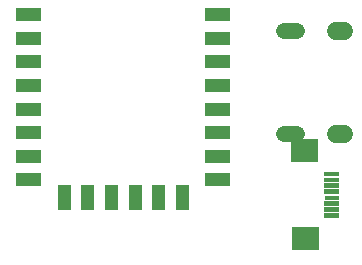
<source format=gbs>
G04 Layer: BottomSolderMaskLayer*
G04 EasyEDA v6.4.25, 2021-11-23T22:34:31+08:00*
G04 edc2d8422afb4d2cae5fb123c77887e6,45ba98ba689c459a8d72e4540021d05b,10*
G04 Gerber Generator version 0.2*
G04 Scale: 100 percent, Rotated: No, Reflected: No *
G04 Dimensions in millimeters *
G04 leading zeros omitted , absolute positions ,4 integer and 5 decimal *
%FSLAX45Y45*%
%MOMM*%

%ADD33C,1.3500*%
%ADD34C,1.5000*%
%ADD45R,1.3016X0.4016*%

%LPD*%
D33*
X2858980Y1017498D02*
G01*
X2973979Y1017498D01*
X2858980Y1882520D02*
G01*
X2973979Y1882520D01*
D34*
X3301519Y1017498D02*
G01*
X3371519Y1017498D01*
X3301519Y1882520D02*
G01*
X3371519Y1882520D01*
G36*
X2919984Y780034D02*
G01*
X2919984Y970026D01*
X3150108Y970026D01*
X3150108Y780034D01*
G37*
G36*
X2926841Y33020D02*
G01*
X2926841Y223265D01*
X3156965Y223265D01*
X3156965Y33020D01*
G37*
G36*
X3199891Y304800D02*
G01*
X3199891Y345186D01*
X3330193Y345186D01*
X3330193Y304800D01*
G37*
G36*
X3199891Y354837D02*
G01*
X3199891Y394970D01*
X3330193Y394970D01*
X3330193Y354837D01*
G37*
G36*
X3199891Y404876D02*
G01*
X3199891Y445007D01*
X3330193Y445007D01*
X3330193Y404876D01*
G37*
D45*
G01*
X3264992Y474954D03*
G36*
X3199891Y504952D02*
G01*
X3199891Y545084D01*
X3330193Y545084D01*
X3330193Y504952D01*
G37*
G36*
X3199891Y554989D02*
G01*
X3199891Y595121D01*
X3330193Y595121D01*
X3330193Y554989D01*
G37*
G36*
X3199891Y604773D02*
G01*
X3199891Y645160D01*
X3330193Y645160D01*
X3330193Y604773D01*
G37*
G36*
X3199891Y654812D02*
G01*
X3199891Y694944D01*
X3330193Y694944D01*
X3330193Y654812D01*
G37*
G36*
X594868Y1970023D02*
G01*
X594868Y2080260D01*
X804926Y2080260D01*
X804926Y1970023D01*
G37*
G36*
X594868Y1769871D02*
G01*
X594868Y1880107D01*
X804926Y1880107D01*
X804926Y1769871D01*
G37*
G36*
X594868Y1569973D02*
G01*
X594868Y1680210D01*
X804926Y1680210D01*
X804926Y1569973D01*
G37*
G36*
X594868Y1370076D02*
G01*
X594868Y1480057D01*
X805179Y1480057D01*
X805179Y1370076D01*
G37*
G36*
X594868Y1169923D02*
G01*
X594868Y1280160D01*
X804926Y1280160D01*
X804926Y1169923D01*
G37*
G36*
X594868Y970026D02*
G01*
X594868Y1080262D01*
X804926Y1080262D01*
X804926Y970026D01*
G37*
G36*
X594868Y769873D02*
G01*
X594868Y880110D01*
X805179Y880110D01*
X805179Y769873D01*
G37*
G36*
X595121Y569976D02*
G01*
X595121Y680212D01*
X805179Y680212D01*
X805179Y569976D01*
G37*
G36*
X945134Y369823D02*
G01*
X945134Y580136D01*
X1055370Y580136D01*
X1055370Y369823D01*
G37*
G36*
X1145286Y370078D02*
G01*
X1145286Y580136D01*
X1255521Y580136D01*
X1255521Y370078D01*
G37*
G36*
X1345184Y370078D02*
G01*
X1345184Y580136D01*
X1455420Y580136D01*
X1455420Y370078D01*
G37*
G36*
X1545336Y370078D02*
G01*
X1545336Y580136D01*
X1655318Y580136D01*
X1655318Y370078D01*
G37*
G36*
X1745234Y370078D02*
G01*
X1745234Y580136D01*
X1855215Y580136D01*
X1855215Y370078D01*
G37*
G36*
X1944877Y369823D02*
G01*
X1944877Y580136D01*
X2055113Y580136D01*
X2055113Y369823D01*
G37*
G36*
X2195068Y569976D02*
G01*
X2195068Y680212D01*
X2405125Y680212D01*
X2405125Y569976D01*
G37*
G36*
X2195068Y769873D02*
G01*
X2195068Y880110D01*
X2405125Y880110D01*
X2405125Y769873D01*
G37*
G36*
X2195068Y970026D02*
G01*
X2195068Y1080262D01*
X2405125Y1080262D01*
X2405125Y970026D01*
G37*
G36*
X2195068Y1169923D02*
G01*
X2195068Y1280160D01*
X2405125Y1280160D01*
X2405125Y1169923D01*
G37*
G36*
X2195068Y1370076D02*
G01*
X2195068Y1480057D01*
X2405125Y1480057D01*
X2405125Y1370076D01*
G37*
G36*
X2195068Y1569973D02*
G01*
X2195068Y1680210D01*
X2405125Y1680210D01*
X2405125Y1569973D01*
G37*
G36*
X2195068Y1769871D02*
G01*
X2195068Y1880107D01*
X2405125Y1880107D01*
X2405125Y1769871D01*
G37*
G36*
X2195068Y1970023D02*
G01*
X2195068Y2080260D01*
X2405125Y2080260D01*
X2405125Y1970023D01*
G37*
M02*

</source>
